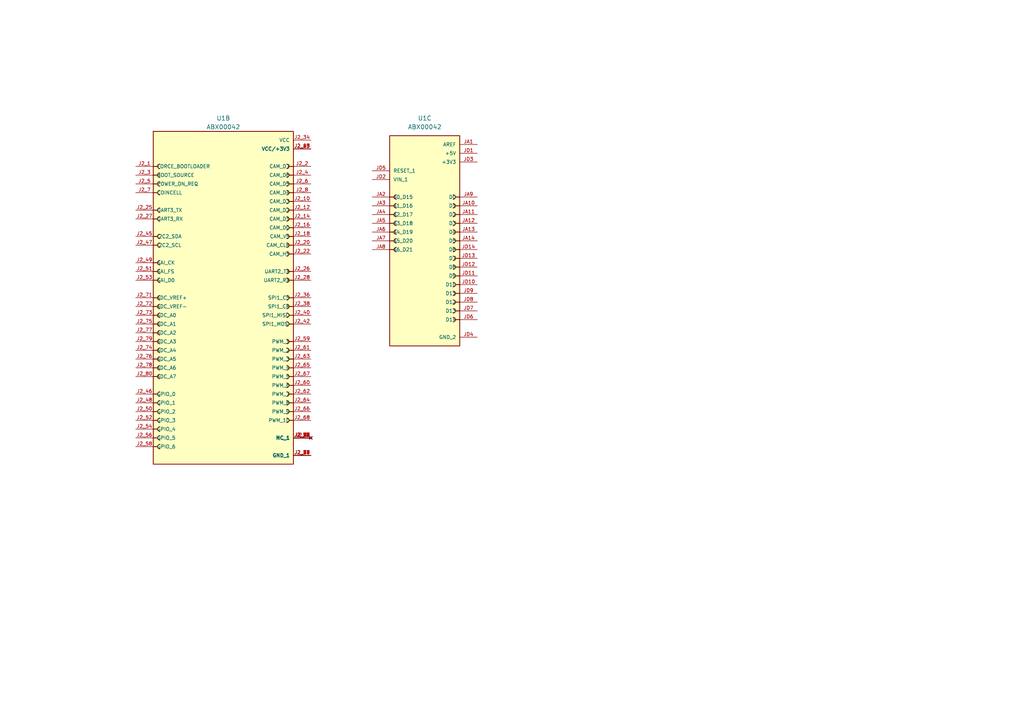
<source format=kicad_sch>
(kicad_sch (version 20230121) (generator eeschema)
  (paper "A4")
  (lib_symbols
    (symbol "ABX00042:ABX00042" (pin_names (offset 1.016))
      (property "Reference" "U" (at -20.32 52.07 0))
      (property "Value" "ABX00042" (at -20.32 -53.34 0))
      (symbol "ABX00042_1_0"
        (rectangle (start -20.32 -50.8) (end 20.32 50.8) (stroke (width 0.254)) (fill (type background)))
        (arc (start -18.415 -45.085) (mid -19.0473 -45.72) (end -18.415 -46.355) (stroke (width 0.254)))
        (arc (start -18.415 -42.545) (mid -19.0473 -43.18) (end -18.415 -43.815) (stroke (width 0.254)))
        (arc (start -18.415 -40.005) (mid -19.0473 -40.64) (end -18.415 -41.275) (stroke (width 0.254)))
        (arc (start -18.415 -37.465) (mid -19.0473 -38.1) (end -18.415 -38.735) (stroke (width 0.254)))
        (arc (start -18.415 -32.385) (mid -19.0473 -33.02) (end -18.415 -33.655) (stroke (width 0.254)))
        (arc (start -18.415 -29.845) (mid -19.0473 -30.48) (end -18.415 -31.115) (stroke (width 0.254)))
        (arc (start -18.415 -27.305) (mid -19.0473 -27.94) (end -18.415 -28.575) (stroke (width 0.254)))
        (arc (start -18.415 -24.765) (mid -19.0473 -25.4) (end -18.415 -26.035) (stroke (width 0.254)))
        (arc (start -18.415 -22.225) (mid -19.0473 -22.86) (end -18.415 -23.495) (stroke (width 0.254)))
        (arc (start -18.415 -19.685) (mid -19.0473 -20.32) (end -18.415 -20.955) (stroke (width 0.254)))
        (arc (start -18.415 -14.605) (mid -19.0473 -15.24) (end -18.415 -15.875) (stroke (width 0.254)))
        (arc (start -18.415 -12.065) (mid -19.0473 -12.7) (end -18.415 -13.335) (stroke (width 0.254)))
        (arc (start -18.415 -6.985) (mid -19.0473 -7.62) (end -18.415 -8.255) (stroke (width 0.254)))
        (arc (start -18.415 -4.445) (mid -19.0473 -5.08) (end -18.415 -5.715) (stroke (width 0.254)))
        (arc (start -18.415 0.635) (mid -19.0473 0) (end -18.415 -0.635) (stroke (width 0.254)))
        (arc (start -18.415 3.175) (mid -19.0473 2.54) (end -18.415 1.905) (stroke (width 0.254)))
        (arc (start -18.415 5.715) (mid -19.0473 5.08) (end -18.415 4.445) (stroke (width 0.254)))
        (arc (start -18.415 8.255) (mid -19.0473 7.62) (end -18.415 6.985) (stroke (width 0.254)))
        (arc (start -18.415 13.335) (mid -19.0473 12.7) (end -18.415 12.065) (stroke (width 0.254)))
        (arc (start -18.415 15.875) (mid -19.0473 15.24) (end -18.415 14.605) (stroke (width 0.254)))
        (arc (start -18.415 18.415) (mid -19.0473 17.78) (end -18.415 17.145) (stroke (width 0.254)))
        (arc (start -18.415 20.955) (mid -19.0473 20.32) (end -18.415 19.685) (stroke (width 0.254)))
        (arc (start -18.415 26.035) (mid -19.0473 25.4) (end -18.415 24.765) (stroke (width 0.254)))
        (arc (start -18.415 28.575) (mid -19.0473 27.94) (end -18.415 27.305) (stroke (width 0.254)))
        (arc (start -18.415 31.115) (mid -19.0473 30.48) (end -18.415 29.845) (stroke (width 0.254)))
        (arc (start -18.415 33.655) (mid -19.0473 33.02) (end -18.415 32.385) (stroke (width 0.254)))
        (arc (start -18.415 36.195) (mid -19.0473 35.56) (end -18.415 34.925) (stroke (width 0.254)))
        (arc (start -18.415 38.735) (mid -19.0473 38.1) (end -18.415 37.465) (stroke (width 0.254)))
        (polyline (pts (xy -20.32 -45.72) (xy -19.05 -45.72)) (stroke (width 0.254)))
        (polyline (pts (xy -20.32 -43.18) (xy -19.05 -43.18)) (stroke (width 0.254)))
        (polyline (pts (xy -20.32 -40.64) (xy -19.05 -40.64)) (stroke (width 0.254)))
        (polyline (pts (xy -20.32 -38.1) (xy -19.05 -38.1)) (stroke (width 0.254)))
        (polyline (pts (xy -20.32 -33.02) (xy -19.05 -33.02)) (stroke (width 0.254)))
        (polyline (pts (xy -20.32 -30.48) (xy -19.05 -30.48)) (stroke (width 0.254)))
        (polyline (pts (xy -20.32 -27.94) (xy -19.05 -27.94)) (stroke (width 0.254)))
        (polyline (pts (xy -20.32 -25.4) (xy -19.05 -25.4)) (stroke (width 0.254)))
        (polyline (pts (xy -20.32 -22.86) (xy -19.05 -22.86)) (stroke (width 0.254)))
        (polyline (pts (xy -20.32 -20.32) (xy -19.05 -20.32)) (stroke (width 0.254)))
        (polyline (pts (xy -20.32 -15.24) (xy -19.05 -15.24)) (stroke (width 0.254)))
        (polyline (pts (xy -20.32 -12.7) (xy -19.05 -12.7)) (stroke (width 0.254)))
        (polyline (pts (xy -20.32 -7.62) (xy -19.05 -7.62)) (stroke (width 0.254)))
        (polyline (pts (xy -20.32 -5.08) (xy -19.05 -5.08)) (stroke (width 0.254)))
        (polyline (pts (xy -20.32 0) (xy -19.05 0)) (stroke (width 0.254)))
        (polyline (pts (xy -20.32 2.54) (xy -19.05 2.54)) (stroke (width 0.254)))
        (polyline (pts (xy -20.32 5.08) (xy -19.05 5.08)) (stroke (width 0.254)))
        (polyline (pts (xy -20.32 7.62) (xy -19.05 7.62)) (stroke (width 0.254)))
        (polyline (pts (xy -20.32 12.7) (xy -19.05 12.7)) (stroke (width 0.254)))
        (polyline (pts (xy -20.32 15.24) (xy -19.05 15.24)) (stroke (width 0.254)))
        (polyline (pts (xy -20.32 17.78) (xy -19.05 17.78)) (stroke (width 0.254)))
        (polyline (pts (xy -20.32 20.32) (xy -19.05 20.32)) (stroke (width 0.254)))
        (polyline (pts (xy -20.32 25.4) (xy -19.05 25.4)) (stroke (width 0.254)))
        (polyline (pts (xy -20.32 27.94) (xy -19.05 27.94)) (stroke (width 0.254)))
        (polyline (pts (xy -20.32 30.48) (xy -19.05 30.48)) (stroke (width 0.254)))
        (polyline (pts (xy -20.32 33.02) (xy -19.05 33.02)) (stroke (width 0.254)))
        (polyline (pts (xy -20.32 35.56) (xy -19.05 35.56)) (stroke (width 0.254)))
        (polyline (pts (xy -20.32 38.1) (xy -19.05 38.1)) (stroke (width 0.254)))
        (polyline (pts (xy 20.32 -35.56) (xy 19.05 -35.56)) (stroke (width 0.254)))
        (polyline (pts (xy 20.32 -33.02) (xy 19.05 -33.02)) (stroke (width 0.254)))
        (polyline (pts (xy 20.32 -27.94) (xy 19.05 -27.94)) (stroke (width 0.254)))
        (polyline (pts (xy 20.32 -25.4) (xy 19.05 -25.4)) (stroke (width 0.254)))
        (polyline (pts (xy 20.32 -22.86) (xy 19.05 -22.86)) (stroke (width 0.254)))
        (polyline (pts (xy 20.32 -20.32) (xy 19.05 -20.32)) (stroke (width 0.254)))
        (polyline (pts (xy 20.32 -7.62) (xy 19.05 -7.62)) (stroke (width 0.254)))
        (polyline (pts (xy 20.32 -5.08) (xy 19.05 -5.08)) (stroke (width 0.254)))
        (polyline (pts (xy 20.32 0) (xy 19.05 0)) (stroke (width 0.254)))
        (polyline (pts (xy 20.32 2.54) (xy 19.05 2.54)) (stroke (width 0.254)))
        (polyline (pts (xy 20.32 5.08) (xy 19.05 5.08)) (stroke (width 0.254)))
        (polyline (pts (xy 20.32 7.62) (xy 19.05 7.62)) (stroke (width 0.254)))
        (polyline (pts (xy 20.32 17.78) (xy 19.05 17.78)) (stroke (width 0.254)))
        (polyline (pts (xy 20.32 20.32) (xy 19.05 20.32)) (stroke (width 0.254)))
        (polyline (pts (xy 20.32 25.4) (xy 19.05 25.4)) (stroke (width 0.254)))
        (polyline (pts (xy 20.32 27.94) (xy 19.05 27.94)) (stroke (width 0.254)))
        (polyline (pts (xy 20.32 30.48) (xy 19.05 30.48)) (stroke (width 0.254)))
        (polyline (pts (xy 20.32 33.02) (xy 19.05 33.02)) (stroke (width 0.254)))
        (polyline (pts (xy 20.32 35.56) (xy 19.05 35.56)) (stroke (width 0.254)))
        (polyline (pts (xy 20.32 38.1) (xy 19.05 38.1)) (stroke (width 0.254)))
        (arc (start 18.415 -36.195) (mid 19.0473 -35.56) (end 18.415 -34.925) (stroke (width 0.254)))
        (arc (start 18.415 -33.655) (mid 19.0473 -33.02) (end 18.415 -32.385) (stroke (width 0.254)))
        (arc (start 18.415 -28.575) (mid 19.0473 -27.94) (end 18.415 -27.305) (stroke (width 0.254)))
        (arc (start 18.415 -26.035) (mid 19.0473 -25.4) (end 18.415 -24.765) (stroke (width 0.254)))
        (arc (start 18.415 -23.495) (mid 19.0473 -22.86) (end 18.415 -22.225) (stroke (width 0.254)))
        (arc (start 18.415 -20.955) (mid 19.0473 -20.32) (end 18.415 -19.685) (stroke (width 0.254)))
        (arc (start 18.415 -8.255) (mid 19.0473 -7.62) (end 18.415 -6.985) (stroke (width 0.254)))
        (arc (start 18.415 -5.715) (mid 19.0473 -5.08) (end 18.415 -4.445) (stroke (width 0.254)))
        (arc (start 18.415 -0.635) (mid 19.0473 0) (end 18.415 0.635) (stroke (width 0.254)))
        (arc (start 18.415 1.905) (mid 19.0473 2.54) (end 18.415 3.175) (stroke (width 0.254)))
        (arc (start 18.415 4.445) (mid 19.0473 5.08) (end 18.415 5.715) (stroke (width 0.254)))
        (arc (start 18.415 6.985) (mid 19.0473 7.62) (end 18.415 8.255) (stroke (width 0.254)))
        (arc (start 18.415 17.145) (mid 19.0473 17.78) (end 18.415 18.415) (stroke (width 0.254)))
        (arc (start 18.415 19.685) (mid 19.0473 20.32) (end 18.415 20.955) (stroke (width 0.254)))
        (arc (start 18.415 24.765) (mid 19.0473 25.4) (end 18.415 26.035) (stroke (width 0.254)))
        (arc (start 18.415 27.305) (mid 19.0473 27.94) (end 18.415 28.575) (stroke (width 0.254)))
        (arc (start 18.415 29.845) (mid 19.0473 30.48) (end 18.415 31.115) (stroke (width 0.254)))
        (arc (start 18.415 32.385) (mid 19.0473 33.02) (end 18.415 33.655) (stroke (width 0.254)))
        (arc (start 18.415 34.925) (mid 19.0473 35.56) (end 18.415 36.195) (stroke (width 0.254)))
        (arc (start 18.415 37.465) (mid 19.0473 38.1) (end 18.415 38.735) (stroke (width 0.254)))
        (pin input line (at -25.4 38.1 0) (length 5.08) (name "ETH_A+") (number "J1_1"))
        (pin bidirectional line (at 25.4 38.1 180) (length 5.08) (name "DSI_D1+") (number "J1_10"))
        (pin no_connect line (at 25.4 -43.18 180) (length 5.08) (name "NC") (number "J1_11"))
        (pin bidirectional line (at 25.4 35.56 180) (length 5.08) (name "DSI_D1-") (number "J1_12"))
        (pin no_connect line (at 25.4 -43.18 180) (length 5.08) (name "NC") (number "J1_13"))
        (pin bidirectional line (at 25.4 33.02 180) (length 5.08) (name "DSI_D0+") (number "J1_14"))
        (pin no_connect line (at 25.4 -43.18 180) (length 5.08) (name "NC") (number "J1_15"))
        (pin bidirectional line (at 25.4 30.48 180) (length 5.08) (name "DSI_D0-") (number "J1_16"))
        (pin output line (at -25.4 27.94 0) (length 5.08) (name "ETH_L1") (number "J1_17"))
        (pin bidirectional line (at 25.4 27.94 180) (length 5.08) (name "DSI_CK+") (number "J1_18"))
        (pin output line (at -25.4 25.4 0) (length 5.08) (name "ETH_L2") (number "J1_19"))
        (pin no_connect line (at 25.4 -43.18 180) (length 5.08) (name "NC") (number "J1_2"))
        (pin bidirectional line (at 25.4 25.4 180) (length 5.08) (name "DSI_CK-") (number "J1_20"))
        (pin input line (at -25.4 43.18 0) (length 5.08) (name "VIN") (number "J1_21"))
        (pin power_in line (at 25.4 -48.26 180) (length 5.08) (name "GND") (number "J1_22"))
        (pin power_in line (at -25.4 20.32 0) (length 5.08) (name "USB1_VBUS") (number "J1_23"))
        (pin no_connect line (at 25.4 -43.18 180) (length 5.08) (name "NC") (number "J1_24"))
        (pin bidirectional line (at -25.4 17.78 0) (length 5.08) (name "USB1_D+") (number "J1_25"))
        (pin bidirectional line (at 25.4 20.32 180) (length 5.08) (name "USB0_D+") (number "J1_26"))
        (pin bidirectional line (at -25.4 15.24 0) (length 5.08) (name "USB1_D-") (number "J1_27"))
        (pin bidirectional line (at 25.4 17.78 180) (length 5.08) (name "USB0_D-") (number "J1_28"))
        (pin bidirectional line (at -25.4 12.7 0) (length 5.08) (name "USB1_ID") (number "J1_29"))
        (pin input line (at -25.4 35.56 0) (length 5.08) (name "ETH_A-") (number "J1_3"))
        (pin no_connect line (at 25.4 -43.18 180) (length 5.08) (name "NC") (number "J1_30"))
        (pin power_in line (at 25.4 -48.26 180) (length 5.08) (name "GND") (number "J1_31"))
        (pin input line (at -25.4 43.18 0) (length 5.08) (name "VIN") (number "J1_32"))
        (pin output line (at -25.4 7.62 0) (length 5.08) (name "UART1_TX") (number "J1_33"))
        (pin output line (at 25.4 7.62 180) (length 5.08) (name "UART0_TX") (number "J1_34"))
        (pin input line (at -25.4 5.08 0) (length 5.08) (name "UART1_RX") (number "J1_35"))
        (pin input line (at 25.4 5.08 180) (length 5.08) (name "UART0_RX") (number "J1_36"))
        (pin bidirectional line (at -25.4 2.54 0) (length 5.08) (name "UART1_RTS") (number "J1_37"))
        (pin bidirectional line (at 25.4 2.54 180) (length 5.08) (name "UART0_RTS") (number "J1_38"))
        (pin bidirectional line (at -25.4 0 0) (length 5.08) (name "UART1_CTS") (number "J1_39"))
        (pin no_connect line (at 25.4 -43.18 180) (length 5.08) (name "NC") (number "J1_4"))
        (pin bidirectional line (at 25.4 0 180) (length 5.08) (name "UART0_CTS") (number "J1_40"))
        (pin input line (at -25.4 43.18 0) (length 5.08) (name "VIN") (number "J1_41"))
        (pin power_in line (at 25.4 -48.26 180) (length 5.08) (name "GND") (number "J1_42"))
        (pin bidirectional line (at -25.4 -5.08 0) (length 5.08) (name "I2C1_SDA") (number "J1_43"))
        (pin bidirectional line (at 25.4 -5.08 180) (length 5.08) (name "I2C0_SDA") (number "J1_44"))
        (pin input line (at -25.4 -7.62 0) (length 5.08) (name "I2C1_SCL") (number "J1_45"))
        (pin input line (at 25.4 -7.62 180) (length 5.08) (name "I2C0_SCL") (number "J1_46"))
        (pin power_in line (at 25.4 -48.26 180) (length 5.08) (name "GND") (number "J1_47"))
        (pin input line (at -25.4 43.18 0) (length 5.08) (name "VIN") (number "J1_48"))
        (pin output line (at -25.4 -12.7 0) (length 5.08) (name "CAN1_TX") (number "J1_49"))
        (pin input line (at -25.4 33.02 0) (length 5.08) (name "ETH_B+") (number "J1_5"))
        (pin no_connect line (at 25.4 -43.18 180) (length 5.08) (name "NC") (number "J1_50"))
        (pin input line (at -25.4 -15.24 0) (length 5.08) (name "CAN1_RX") (number "J1_51"))
        (pin no_connect line (at 25.4 -43.18 180) (length 5.08) (name "NC") (number "J1_52"))
        (pin power_in line (at 25.4 45.72 180) (length 5.08) (name "VSYS") (number "J1_53"))
        (pin power_in line (at 25.4 -48.26 180) (length 5.08) (name "GND") (number "J1_54"))
        (pin input line (at -25.4 -20.32 0) (length 5.08) (name "SDC_CLK") (number "J1_55"))
        (pin bidirectional line (at 25.4 -20.32 180) (length 5.08) (name "I2S_MCK") (number "J1_56"))
        (pin input line (at -25.4 -22.86 0) (length 5.08) (name "SDC_CMD") (number "J1_57"))
        (pin bidirectional line (at 25.4 -22.86 180) (length 5.08) (name "I2S_WS") (number "J1_58"))
        (pin bidirectional line (at -25.4 -25.4 0) (length 5.08) (name "SDC_D0") (number "J1_59"))
        (pin no_connect line (at 25.4 -43.18 180) (length 5.08) (name "NC") (number "J1_6"))
        (pin input line (at 25.4 -25.4 180) (length 5.08) (name "I2S_DI") (number "J1_60"))
        (pin bidirectional line (at -25.4 -27.94 0) (length 5.08) (name "SDC_D1") (number "J1_61"))
        (pin output line (at 25.4 -27.94 180) (length 5.08) (name "I2S_DO") (number "J1_62"))
        (pin bidirectional line (at -25.4 -30.48 0) (length 5.08) (name "SDC_D2") (number "J1_63"))
        (pin power_in line (at 25.4 45.72 180) (length 5.08) (name "VSYS") (number "J1_64"))
        (pin bidirectional line (at -25.4 -33.02 0) (length 5.08) (name "SDC_D3") (number "J1_65"))
        (pin bidirectional line (at 25.4 -33.02 180) (length 5.08) (name "DMIC_CK") (number "J1_66"))
        (pin no_connect line (at 25.4 -43.18 180) (length 5.08) (name "NC") (number "J1_67"))
        (pin bidirectional line (at 25.4 -35.56 180) (length 5.08) (name "DMIC_D0") (number "J1_68"))
        (pin no_connect line (at 25.4 -43.18 180) (length 5.08) (name "NC") (number "J1_69"))
        (pin input line (at -25.4 30.48 0) (length 5.08) (name "ETH_B-") (number "J1_7"))
        (pin no_connect line (at 25.4 -43.18 180) (length 5.08) (name "NC") (number "J1_70"))
        (pin no_connect line (at 25.4 -43.18 180) (length 5.08) (name "NC") (number "J1_71"))
        (pin power_in line (at 25.4 48.26 180) (length 5.08) (name "V-SDCARD") (number "J1_72"))
        (pin input line (at -25.4 -38.1 0) (length 5.08) (name "~{RESET}") (number "J1_73"))
        (pin no_connect line (at 25.4 -43.18 180) (length 5.08) (name "NC") (number "J1_74"))
        (pin bidirectional line (at -25.4 -40.64 0) (length 5.08) (name "SWDIO") (number "J1_75"))
        (pin no_connect line (at 25.4 -43.18 180) (length 5.08) (name "NC") (number "J1_76"))
        (pin input line (at -25.4 -43.18 0) (length 5.08) (name "SWCK") (number "J1_77"))
        (pin no_connect line (at 25.4 -43.18 180) (length 5.08) (name "NC") (number "J1_78"))
        (pin output line (at -25.4 -45.72 0) (length 5.08) (name "SWO") (number "J1_79"))
        (pin no_connect line (at 25.4 -43.18 180) (length 5.08) (name "NC") (number "J1_8"))
        (pin no_connect line (at 25.4 -43.18 180) (length 5.08) (name "NC") (number "J1_80"))
        (pin no_connect line (at 25.4 -43.18 180) (length 5.08) (name "NC") (number "J1_9"))
      )
      (symbol "ABX00042_2_0"
        (rectangle (start -20.32 -48.26) (end 20.32 48.26) (stroke (width 0.254)) (fill (type background)))
        (arc (start -19.05 -43.18) (mid -18.864 -43.629) (end -18.415 -43.815) (stroke (width 0.254)))
        (arc (start -18.415 -42.545) (mid -18.864 -42.731) (end -19.05 -43.18) (stroke (width 0.254)))
        (arc (start -18.415 -40.005) (mid -19.0473 -40.64) (end -18.415 -41.275) (stroke (width 0.254)))
        (arc (start -18.415 -37.465) (mid -19.0473 -38.1) (end -18.415 -38.735) (stroke (width 0.254)))
        (arc (start -18.415 -34.925) (mid -19.0473 -35.56) (end -18.415 -36.195) (stroke (width 0.254)))
        (arc (start -18.415 -32.385) (mid -19.0473 -33.02) (end -18.415 -33.655) (stroke (width 0.254)))
        (arc (start -18.415 -29.845) (mid -19.0473 -30.48) (end -18.415 -31.115) (stroke (width 0.254)))
        (arc (start -18.415 -27.305) (mid -19.0473 -27.94) (end -18.415 -28.575) (stroke (width 0.254)))
        (arc (start -18.415 -22.225) (mid -19.0473 -22.86) (end -18.415 -23.495) (stroke (width 0.254)))
        (arc (start -18.415 -19.685) (mid -19.0473 -20.32) (end -18.415 -20.955) (stroke (width 0.254)))
        (arc (start -18.415 -17.145) (mid -19.0473 -17.78) (end -18.415 -18.415) (stroke (width 0.254)))
        (arc (start -18.415 -14.605) (mid -19.0473 -15.24) (end -18.415 -15.875) (stroke (width 0.254)))
        (arc (start -18.415 -12.065) (mid -19.0473 -12.7) (end -18.415 -13.335) (stroke (width 0.254)))
        (arc (start -18.415 -9.525) (mid -19.0473 -10.16) (end -18.415 -10.795) (stroke (width 0.254)))
        (arc (start -18.415 -6.985) (mid -19.0473 -7.62) (end -18.415 -8.255) (stroke (width 0.254)))
        (arc (start -18.415 -4.445) (mid -19.0473 -5.08) (end -18.415 -5.715) (stroke (width 0.254)))
        (arc (start -18.415 -1.905) (mid -19.0473 -2.54) (end -18.415 -3.175) (stroke (width 0.254)))
        (arc (start -18.415 0.635) (mid -19.0473 0) (end -18.415 -0.635) (stroke (width 0.254)))
        (arc (start -18.415 5.715) (mid -19.0473 5.08) (end -18.415 4.445) (stroke (width 0.254)))
        (arc (start -18.415 8.255) (mid -19.0473 7.62) (end -18.415 6.985) (stroke (width 0.254)))
        (arc (start -18.415 10.795) (mid -19.0473 10.16) (end -18.415 9.525) (stroke (width 0.254)))
        (arc (start -18.415 15.875) (mid -19.0473 15.24) (end -18.415 14.605) (stroke (width 0.254)))
        (arc (start -18.415 18.415) (mid -19.0473 17.78) (end -18.415 17.145) (stroke (width 0.254)))
        (arc (start -18.415 23.495) (mid -19.0473 22.86) (end -18.415 22.225) (stroke (width 0.254)))
        (arc (start -18.415 26.035) (mid -19.0473 25.4) (end -18.415 24.765) (stroke (width 0.254)))
        (arc (start -18.415 31.115) (mid -19.0473 30.48) (end -18.415 29.845) (stroke (width 0.254)))
        (arc (start -18.415 33.655) (mid -19.0473 33.02) (end -18.415 32.385) (stroke (width 0.254)))
        (arc (start -18.415 36.195) (mid -19.0473 35.56) (end -18.415 34.925) (stroke (width 0.254)))
        (arc (start -18.415 38.735) (mid -19.0473 38.1) (end -18.415 37.465) (stroke (width 0.254)))
        (polyline (pts (xy -20.32 -43.18) (xy -19.05 -43.18)) (stroke (width 0.254)))
        (polyline (pts (xy -20.32 -40.64) (xy -19.05 -40.64)) (stroke (width 0.254)))
        (polyline (pts (xy -20.32 -38.1) (xy -19.05 -38.1)) (stroke (width 0.254)))
        (polyline (pts (xy -20.32 -35.56) (xy -19.05 -35.56)) (stroke (width 0.254)))
        (polyline (pts (xy -20.32 -33.02) (xy -19.05 -33.02)) (stroke (width 0.254)))
        (polyline (pts (xy -20.32 -30.48) (xy -19.05 -30.48)) (stroke (width 0.254)))
        (polyline (pts (xy -20.32 -27.94) (xy -19.05 -27.94)) (stroke (width 0.254)))
        (polyline (pts (xy -20.32 -22.86) (xy -19.05 -22.86)) (stroke (width 0.254)))
        (polyline (pts (xy -20.32 -20.32) (xy -19.05 -20.32)) (stroke (width 0.254)))
        (polyline (pts (xy -20.32 -17.78) (xy -19.05 -17.78)) (stroke (width 0.254)))
        (polyline (pts (xy -20.32 -15.24) (xy -19.05 -15.24)) (stroke (width 0.254)))
        (polyline (pts (xy -20.32 -12.7) (xy -19.05 -12.7)) (stroke (width 0.254)))
        (polyline (pts (xy -20.32 -10.16) (xy -19.05 -10.16)) (stroke (width 0.254)))
        (polyline (pts (xy -20.32 -7.62) (xy -19.05 -7.62)) (stroke (width 0.254)))
        (polyline (pts (xy -20.32 -5.08) (xy -19.05 -5.08)) (stroke (width 0.254)))
        (polyline (pts (xy -20.32 -2.54) (xy -19.05 -2.54)) (stroke (width 0.254)))
        (polyline (pts (xy -20.32 0) (xy -19.05 0)) (stroke (width 0.254)))
        (polyline (pts (xy -20.32 5.08) (xy -19.05 5.08)) (stroke (width 0.254)))
        (polyline (pts (xy -20.32 7.62) (xy -19.05 7.62)) (stroke (width 0.254)))
        (polyline (pts (xy -20.32 10.16) (xy -19.05 10.16)) (stroke (width 0.254)))
        (polyline (pts (xy -20.32 15.24) (xy -19.05 15.24)) (stroke (width 0.254)))
        (polyline (pts (xy -20.32 17.78) (xy -19.05 17.78)) (stroke (width 0.254)))
        (polyline (pts (xy -20.32 22.86) (xy -19.05 22.86)) (stroke (width 0.254)))
        (polyline (pts (xy -20.32 25.4) (xy -19.05 25.4)) (stroke (width 0.254)))
        (polyline (pts (xy -20.32 30.48) (xy -19.05 30.48)) (stroke (width 0.254)))
        (polyline (pts (xy -20.32 33.02) (xy -19.05 33.02)) (stroke (width 0.254)))
        (polyline (pts (xy -20.32 35.56) (xy -19.05 35.56)) (stroke (width 0.254)))
        (polyline (pts (xy -20.32 38.1) (xy -19.05 38.1)) (stroke (width 0.254)))
        (polyline (pts (xy 20.32 -35.56) (xy 19.05 -35.56)) (stroke (width 0.254)))
        (polyline (pts (xy 20.32 -33.02) (xy 19.05 -33.02)) (stroke (width 0.254)))
        (polyline (pts (xy 20.32 -30.48) (xy 19.05 -30.48)) (stroke (width 0.254)))
        (polyline (pts (xy 20.32 -27.94) (xy 19.05 -27.94)) (stroke (width 0.254)))
        (polyline (pts (xy 20.32 -25.4) (xy 19.05 -25.4)) (stroke (width 0.254)))
        (polyline (pts (xy 20.32 -22.86) (xy 19.05 -22.86)) (stroke (width 0.254)))
        (polyline (pts (xy 20.32 -20.32) (xy 19.05 -20.32)) (stroke (width 0.254)))
        (polyline (pts (xy 20.32 -17.78) (xy 19.05 -17.78)) (stroke (width 0.254)))
        (polyline (pts (xy 20.32 -15.24) (xy 19.05 -15.24)) (stroke (width 0.254)))
        (polyline (pts (xy 20.32 -12.7) (xy 19.05 -12.7)) (stroke (width 0.254)))
        (polyline (pts (xy 20.32 -7.62) (xy 19.05 -7.62)) (stroke (width 0.254)))
        (polyline (pts (xy 20.32 -5.08) (xy 19.05 -5.08)) (stroke (width 0.254)))
        (polyline (pts (xy 20.32 -2.54) (xy 19.05 -2.54)) (stroke (width 0.254)))
        (polyline (pts (xy 20.32 0) (xy 19.05 0)) (stroke (width 0.254)))
        (polyline (pts (xy 20.32 5.08) (xy 19.05 5.08)) (stroke (width 0.254)))
        (polyline (pts (xy 20.32 7.62) (xy 19.05 7.62)) (stroke (width 0.254)))
        (polyline (pts (xy 20.32 12.7) (xy 19.05 12.7)) (stroke (width 0.254)))
        (polyline (pts (xy 20.32 15.24) (xy 19.05 15.24)) (stroke (width 0.254)))
        (polyline (pts (xy 20.32 17.78) (xy 19.05 17.78)) (stroke (width 0.254)))
        (polyline (pts (xy 20.32 20.32) (xy 19.05 20.32)) (stroke (width 0.254)))
        (polyline (pts (xy 20.32 22.86) (xy 19.05 22.86)) (stroke (width 0.254)))
        (polyline (pts (xy 20.32 25.4) (xy 19.05 25.4)) (stroke (width 0.254)))
        (polyline (pts (xy 20.32 27.94) (xy 19.05 27.94)) (stroke (width 0.254)))
        (polyline (pts (xy 20.32 30.48) (xy 19.05 30.48)) (stroke (width 0.254)))
        (polyline (pts (xy 20.32 33.02) (xy 19.05 33.02)) (stroke (width 0.254)))
        (polyline (pts (xy 20.32 35.56) (xy 19.05 35.56)) (stroke (width 0.254)))
        (polyline (pts (xy 20.32 38.1) (xy 19.05 38.1)) (stroke (width 0.254)))
        (arc (start 18.415 -36.195) (mid 19.0473 -35.56) (end 18.415 -34.925) (stroke (width 0.254)))
        (arc (start 18.415 -33.655) (mid 19.0473 -33.02) (end 18.415 -32.385) (stroke (width 0.254)))
        (arc (start 18.415 -31.115) (mid 19.0473 -30.48) (end 18.415 -29.845) (stroke (width 0.254)))
        (arc (start 18.415 -28.575) (mid 19.0473 -27.94) (end 18.415 -27.305) (stroke (width 0.254)))
        (arc (start 18.415 -26.035) (mid 19.0473 -25.4) (end 18.415 -24.765) (stroke (width 0.254)))
        (arc (start 18.415 -23.495) (mid 19.0473 -22.86) (end 18.415 -22.225) (stroke (width 0.254)))
        (arc (start 18.415 -20.955) (mid 19.0473 -20.32) (end 18.415 -19.685) (stroke (width 0.254)))
        (arc (start 18.415 -18.415) (mid 19.0473 -17.78) (end 18.415 -17.145) (stroke (width 0.254)))
        (arc (start 18.415 -15.875) (mid 19.0473 -15.24) (end 18.415 -14.605) (stroke (width 0.254)))
        (arc (start 18.415 -13.335) (mid 19.0473 -12.7) (end 18.415 -12.065) (stroke (width 0.254)))
        (arc (start 18.415 -8.255) (mid 19.0473 -7.62) (end 18.415 -6.985) (stroke (width 0.254)))
        (arc (start 18.415 -5.715) (mid 19.0473 -5.08) (end 18.415 -4.445) (stroke (width 0.254)))
        (arc (start 18.415 -3.175) (mid 19.0473 -2.54) (end 18.415 -1.905) (stroke (width 0.254)))
        (arc (start 18.415 -0.635) (mid 19.0473 0) (end 18.415 0.635) (stroke (width 0.254)))
        (arc (start 18.415 4.445) (mid 19.0473 5.08) (end 18.415 5.715) (stroke (width 0.254)))
        (arc (start 18.415 6.985) (mid 19.0473 7.62) (end 18.415 8.255) (stroke (width 0.254)))
        (arc (start 18.415 12.065) (mid 19.0473 12.7) (end 18.415 13.335) (stroke (width 0.254)))
        (arc (start 18.415 14.605) (mid 19.0473 15.24) (end 18.415 15.875) (stroke (width 0.254)))
        (arc (start 18.415 17.145) (mid 19.0473 17.78) (end 18.415 18.415) (stroke (width 0.254)))
        (arc (start 18.415 19.685) (mid 19.0473 20.32) (end 18.415 20.955) (stroke (width 0.254)))
        (arc (start 18.415 22.225) (mid 19.0473 22.86) (end 18.415 23.495) (stroke (width 0.254)))
        (arc (start 18.415 24.765) (mid 19.0473 25.4) (end 18.415 26.035) (stroke (width 0.254)))
        (arc (start 18.415 27.305) (mid 19.0473 27.94) (end 18.415 28.575) (stroke (width 0.254)))
        (arc (start 18.415 29.845) (mid 19.0473 30.48) (end 18.415 31.115) (stroke (width 0.254)))
        (arc (start 18.415 32.385) (mid 19.0473 33.02) (end 18.415 33.655) (stroke (width 0.254)))
        (arc (start 18.415 34.925) (mid 19.0473 35.56) (end 18.415 36.195) (stroke (width 0.254)))
        (arc (start 18.415 37.465) (mid 19.0473 38.1) (end 18.415 38.735) (stroke (width 0.254)))
        (pin input line (at -25.4 38.1 0) (length 5.08) (name "FORCE_BOOTLOADER") (number "J2_1"))
        (pin bidirectional line (at 25.4 27.94 180) (length 5.08) (name "CAM_D3") (number "J2_10"))
        (pin no_connect line (at 25.4 -40.64 180) (length 5.08) (name "NC_1") (number "J2_11"))
        (pin bidirectional line (at 25.4 25.4 180) (length 5.08) (name "CAM_D2") (number "J2_12"))
        (pin no_connect line (at 25.4 -40.64 180) (length 5.08) (name "NC_1") (number "J2_13"))
        (pin bidirectional line (at 25.4 22.86 180) (length 5.08) (name "CAM_D1") (number "J2_14"))
        (pin no_connect line (at 25.4 -40.64 180) (length 5.08) (name "NC_1") (number "J2_15"))
        (pin bidirectional line (at 25.4 20.32 180) (length 5.08) (name "CAM_D0") (number "J2_16"))
        (pin no_connect line (at 25.4 -40.64 180) (length 5.08) (name "NC_1") (number "J2_17"))
        (pin bidirectional line (at 25.4 17.78 180) (length 5.08) (name "CAM_VS") (number "J2_18"))
        (pin no_connect line (at 25.4 -40.64 180) (length 5.08) (name "NC_1") (number "J2_19"))
        (pin bidirectional line (at 25.4 38.1 180) (length 5.08) (name "CAM_D7") (number "J2_2"))
        (pin bidirectional line (at 25.4 15.24 180) (length 5.08) (name "CAM_CLK") (number "J2_20"))
        (pin no_connect line (at 25.4 -40.64 180) (length 5.08) (name "NC_1") (number "J2_21"))
        (pin bidirectional line (at 25.4 12.7 180) (length 5.08) (name "CAM_HS") (number "J2_22"))
        (pin power_in line (at 25.4 43.18 180) (length 5.08) (name "VCC/+3V3") (number "J2_23"))
        (pin power_in line (at 25.4 -45.72 180) (length 5.08) (name "GND_1") (number "J2_24"))
        (pin output line (at -25.4 25.4 0) (length 5.08) (name "UART3_TX") (number "J2_25"))
        (pin output line (at 25.4 7.62 180) (length 5.08) (name "UART2_TX") (number "J2_26"))
        (pin input line (at -25.4 22.86 0) (length 5.08) (name "UART3_RX") (number "J2_27"))
        (pin input line (at 25.4 5.08 180) (length 5.08) (name "UART2_RX") (number "J2_28"))
        (pin no_connect line (at 25.4 -40.64 180) (length 5.08) (name "NC_1") (number "J2_29"))
        (pin input line (at -25.4 35.56 0) (length 5.08) (name "BOOT_SOURCE") (number "J2_3"))
        (pin no_connect line (at 25.4 -40.64 180) (length 5.08) (name "NC_1") (number "J2_30"))
        (pin no_connect line (at 25.4 -40.64 180) (length 5.08) (name "NC_1") (number "J2_31"))
        (pin no_connect line (at 25.4 -40.64 180) (length 5.08) (name "NC_1") (number "J2_32"))
        (pin power_in line (at 25.4 -45.72 180) (length 5.08) (name "GND_1") (number "J2_33"))
        (pin power_in line (at 25.4 45.72 180) (length 5.08) (name "VCC") (number "J2_34"))
        (pin no_connect line (at 25.4 -40.64 180) (length 5.08) (name "NC_1") (number "J2_35"))
        (pin input line (at 25.4 0 180) (length 5.08) (name "SPI1_CS") (number "J2_36"))
        (pin no_connect line (at 25.4 -40.64 180) (length 5.08) (name "NC_1") (number "J2_37"))
        (pin input line (at 25.4 -2.54 180) (length 5.08) (name "SPI1_CK") (number "J2_38"))
        (pin no_connect line (at 25.4 -40.64 180) (length 5.08) (name "NC_1") (number "J2_39"))
        (pin bidirectional line (at 25.4 35.56 180) (length 5.08) (name "CAM_D6") (number "J2_4"))
        (pin output line (at 25.4 -5.08 180) (length 5.08) (name "SPI1_MISO") (number "J2_40"))
        (pin no_connect line (at 25.4 -40.64 180) (length 5.08) (name "NC_1") (number "J2_41"))
        (pin input line (at 25.4 -7.62 180) (length 5.08) (name "SPI1_MOSI") (number "J2_42"))
        (pin power_in line (at 25.4 43.18 180) (length 5.08) (name "VCC/+3V3") (number "J2_43"))
        (pin power_in line (at 25.4 -45.72 180) (length 5.08) (name "GND_1") (number "J2_44"))
        (pin bidirectional line (at -25.4 17.78 0) (length 5.08) (name "I2C2_SDA") (number "J2_45"))
        (pin bidirectional line (at -25.4 -27.94 0) (length 5.08) (name "GPIO_0") (number "J2_46"))
        (pin input line (at -25.4 15.24 0) (length 5.08) (name "I2C2_SCL") (number "J2_47"))
        (pin bidirectional line (at -25.4 -30.48 0) (length 5.08) (name "GPIO_1") (number "J2_48"))
        (pin input line (at -25.4 10.16 0) (length 5.08) (name "SAI_CK") (number "J2_49"))
        (pin input line (at -25.4 33.02 0) (length 5.08) (name "POWER_ON_REQ") (number "J2_5"))
        (pin bidirectional line (at -25.4 -33.02 0) (length 5.08) (name "GPIO_2") (number "J2_50"))
        (pin bidirectional line (at -25.4 7.62 0) (length 5.08) (name "SAI_FS") (number "J2_51"))
        (pin bidirectional line (at -25.4 -35.56 0) (length 5.08) (name "GPIO_3") (number "J2_52"))
        (pin bidirectional line (at -25.4 5.08 0) (length 5.08) (name "SAI_D0") (number "J2_53"))
        (pin bidirectional line (at -25.4 -38.1 0) (length 5.08) (name "GPIO_4") (number "J2_54"))
        (pin no_connect line (at 25.4 -40.64 180) (length 5.08) (name "NC_1") (number "J2_55"))
        (pin bidirectional line (at -25.4 -40.64 0) (length 5.08) (name "GPIO_5") (number "J2_56"))
        (pin power_in line (at 25.4 -45.72 180) (length 5.08) (name "GND_1") (number "J2_57"))
        (pin bidirectional line (at -25.4 -43.18 0) (length 5.08) (name "GPIO_6") (number "J2_58"))
        (pin bidirectional line (at 25.4 -12.7 180) (length 5.08) (name "PWM_1") (number "J2_59"))
        (pin bidirectional line (at 25.4 33.02 180) (length 5.08) (name "CAM_D5") (number "J2_6"))
        (pin bidirectional line (at 25.4 -25.4 180) (length 5.08) (name "PWM_6") (number "J2_60"))
        (pin bidirectional line (at 25.4 -15.24 180) (length 5.08) (name "PWM_2") (number "J2_61"))
        (pin bidirectional line (at 25.4 -27.94 180) (length 5.08) (name "PWM_7") (number "J2_62"))
        (pin bidirectional line (at 25.4 -17.78 180) (length 5.08) (name "PWM_3") (number "J2_63"))
        (pin bidirectional line (at 25.4 -30.48 180) (length 5.08) (name "PWM_8") (number "J2_64"))
        (pin bidirectional line (at 25.4 -20.32 180) (length 5.08) (name "PWM_4") (number "J2_65"))
        (pin bidirectional line (at 25.4 -33.02 180) (length 5.08) (name "PWM_9") (number "J2_66"))
        (pin bidirectional line (at 25.4 -22.86 180) (length 5.08) (name "PWM_5") (number "J2_67"))
        (pin bidirectional line (at 25.4 -35.56 180) (length 5.08) (name "PWM_10") (number "J2_68"))
        (pin power_in line (at 25.4 43.18 180) (length 5.08) (name "VCC/+3V3") (number "J2_69"))
        (pin input line (at -25.4 30.48 0) (length 5.08) (name "COINCELL") (number "J2_7"))
        (pin power_in line (at 25.4 -45.72 180) (length 5.08) (name "GND_1") (number "J2_70"))
        (pin input line (at -25.4 0 0) (length 5.08) (name "ADC_VREF+") (number "J2_71"))
        (pin input line (at -25.4 -2.54 0) (length 5.08) (name "ADC_VREF-") (number "J2_72"))
        (pin input line (at -25.4 -5.08 0) (length 5.08) (name "ADC_A0") (number "J2_73"))
        (pin input line (at -25.4 -15.24 0) (length 5.08) (name "ADC_A4") (number "J2_74"))
        (pin input line (at -25.4 -7.62 0) (length 5.08) (name "ADC_A1") (number "J2_75"))
        (pin input line (at -25.4 -17.78 0) (length 5.08) (name "ADC_A5") (number "J2_76"))
        (pin input line (at -25.4 -10.16 0) (length 5.08) (name "ADC_A2") (number "J2_77"))
        (pin input line (at -25.4 -20.32 0) (length 5.08) (name "ADC_A6") (number "J2_78"))
        (pin input line (at -25.4 -12.7 0) (length 5.08) (name "ADC_A3") (number "J2_79"))
        (pin bidirectional line (at 25.4 30.48 180) (length 5.08) (name "CAM_D4") (number "J2_8"))
        (pin input line (at -25.4 -22.86 0) (length 5.08) (name "ADC_A7") (number "J2_80"))
        (pin no_connect line (at 25.4 -40.64 180) (length 5.08) (name "NC_1") (number "J2_9"))
      )
      (symbol "ABX00042_3_0"
        (rectangle (start -10.16 -30.48) (end 10.16 30.48) (stroke (width 0.254)) (fill (type background)))
        (arc (start -8.89 -2.54) (mid -8.704 -2.989) (end -8.255 -3.175) (stroke (width 0.254)))
        (arc (start -8.255 -1.905) (mid -8.704 -2.091) (end -8.89 -2.54) (stroke (width 0.254)))
        (arc (start -8.255 0.635) (mid -8.8873 0) (end -8.255 -0.635) (stroke (width 0.254)))
        (arc (start -8.255 3.175) (mid -8.8873 2.54) (end -8.255 1.905) (stroke (width 0.254)))
        (arc (start -8.255 5.715) (mid -8.8873 5.08) (end -8.255 4.445) (stroke (width 0.254)))
        (arc (start -8.255 8.255) (mid -8.8873 7.62) (end -8.255 6.985) (stroke (width 0.254)))
        (arc (start -8.255 10.795) (mid -8.8873 10.16) (end -8.255 9.525) (stroke (width 0.254)))
        (arc (start -8.255 13.335) (mid -8.8873 12.7) (end -8.255 12.065) (stroke (width 0.254)))
        (polyline (pts (xy -10.16 -2.54) (xy -8.89 -2.54)) (stroke (width 0.254)))
        (polyline (pts (xy -10.16 0) (xy -8.89 0)) (stroke (width 0.254)))
        (polyline (pts (xy -10.16 2.54) (xy -8.89 2.54)) (stroke (width 0.254)))
        (polyline (pts (xy -10.16 5.08) (xy -8.89 5.08)) (stroke (width 0.254)))
        (polyline (pts (xy -10.16 7.62) (xy -8.89 7.62)) (stroke (width 0.254)))
        (polyline (pts (xy -10.16 10.16) (xy -8.89 10.16)) (stroke (width 0.254)))
        (polyline (pts (xy -10.16 12.7) (xy -8.89 12.7)) (stroke (width 0.254)))
        (polyline (pts (xy 10.16 -22.86) (xy 8.89 -22.86)) (stroke (width 0.254)))
        (polyline (pts (xy 10.16 -20.32) (xy 8.89 -20.32)) (stroke (width 0.254)))
        (polyline (pts (xy 10.16 -17.78) (xy 8.89 -17.78)) (stroke (width 0.254)))
        (polyline (pts (xy 10.16 -15.24) (xy 8.89 -15.24)) (stroke (width 0.254)))
        (polyline (pts (xy 10.16 -12.7) (xy 8.89 -12.7)) (stroke (width 0.254)))
        (polyline (pts (xy 10.16 -10.16) (xy 8.89 -10.16)) (stroke (width 0.254)))
        (polyline (pts (xy 10.16 -7.62) (xy 8.89 -7.62)) (stroke (width 0.254)))
        (polyline (pts (xy 10.16 -5.08) (xy 8.89 -5.08)) (stroke (width 0.254)))
        (polyline (pts (xy 10.16 -2.54) (xy 8.89 -2.54)) (stroke (width 0.254)))
        (polyline (pts (xy 10.16 0) (xy 8.89 0)) (stroke (width 0.254)))
        (polyline (pts (xy 10.16 2.54) (xy 8.89 2.54)) (stroke (width 0.254)))
        (polyline (pts (xy 10.16 5.08) (xy 8.89 5.08)) (stroke (width 0.254)))
        (polyline (pts (xy 10.16 7.62) (xy 8.89 7.62)) (stroke (width 0.254)))
        (polyline (pts (xy 10.16 10.16) (xy 8.89 10.16)) (stroke (width 0.254)))
        (polyline (pts (xy 10.16 12.7) (xy 8.89 12.7)) (stroke (width 0.254)))
        (arc (start 8.255 -23.495) (mid 8.8873 -22.86) (end 8.255 -22.225) (stroke (width 0.254)))
        (arc (start 8.255 -20.955) (mid 8.8873 -20.32) (end 8.255 -19.685) (stroke (width 0.254)))
        (arc (start 8.255 -18.415) (mid 8.8873 -17.78) (end 8.255 -17.145) (stroke (width 0.254)))
        (arc (start 8.255 -15.875) (mid 8.8873 -15.24) (end 8.255 -14.605) (stroke (width 0.254)))
        (arc (start 8.255 -13.335) (mid 8.8873 -12.7) (end 8.255 -12.065) (stroke (width 0.254)))
        (arc (start 8.255 -10.795) (mid 8.8873 -10.16) (end 8.255 -9.525) (stroke (width 0.254)))
        (arc (start 8.255 -8.255) (mid 8.8873 -7.62) (end 8.255 -6.985) (stroke (width 0.254)))
        (arc (start 8.255 -5.715) (mid 8.8873 -5.08) (end 8.255 -4.445) (stroke (width 0.254)))
        (arc (start 8.255 -3.175) (mid 8.8873 -2.54) (end 8.255 -1.905) (stroke (width 0.254)))
        (arc (start 8.255 -0.635) (mid 8.8873 0) (end 8.255 0.635) (stroke (width 0.254)))
        (arc (start 8.255 1.905) (mid 8.8873 2.54) (end 8.255 3.175) (stroke (width 0.254)))
        (arc (start 8.255 4.445) (mid 8.8873 5.08) (end 8.255 5.715) (stroke (width 0.254)))
        (arc (start 8.255 6.985) (mid 8.8873 7.62) (end 8.255 8.255) (stroke (width 0.254)))
        (arc (start 8.255 9.525) (mid 8.8873 10.16) (end 8.255 10.795) (stroke (width 0.254)))
        (arc (start 8.255 12.065) (mid 8.8873 12.7) (end 8.255 13.335) (stroke (width 0.254)))
        (pin power_in line (at 15.24 27.94 180) (length 5.08) (name "AREF") (number "JA1"))
        (pin bidirectional line (at 15.24 10.16 180) (length 5.08) (name "D1") (number "JA10"))
        (pin bidirectional line (at 15.24 7.62 180) (length 5.08) (name "D2") (number "JA11"))
        (pin bidirectional line (at 15.24 5.08 180) (length 5.08) (name "D3") (number "JA12"))
        (pin bidirectional line (at 15.24 2.54 180) (length 5.08) (name "D4") (number "JA13"))
        (pin bidirectional line (at 15.24 0 180) (length 5.08) (name "D5") (number "JA14"))
        (pin bidirectional line (at -15.24 12.7 0) (length 5.08) (name "A0_D15") (number "JA2"))
        (pin bidirectional line (at -15.24 10.16 0) (length 5.08) (name "A1_D16") (number "JA3"))
        (pin bidirectional line (at -15.24 7.62 0) (length 5.08) (name "A2_D17") (number "JA4"))
        (pin bidirectional line (at -15.24 5.08 0) (length 5.08) (name "A3_D18") (number "JA5"))
        (pin bidirectional line (at -15.24 2.54 0) (length 5.08) (name "A4_D19") (number "JA6"))
        (pin bidirectional line (at -15.24 0 0) (length 5.08) (name "A5_D20") (number "JA7"))
        (pin bidirectional line (at -15.24 -2.54 0) (length 5.08) (name "A6_D21") (number "JA8"))
        (pin bidirectional line (at 15.24 12.7 180) (length 5.08) (name "D0") (number "JA9"))
        (pin power_in line (at 15.24 25.4 180) (length 5.08) (name "+5V") (number "JD1"))
        (pin bidirectional line (at 15.24 -12.7 180) (length 5.08) (name "D10") (number "JD10"))
        (pin bidirectional line (at 15.24 -10.16 180) (length 5.08) (name "D9") (number "JD11"))
        (pin bidirectional line (at 15.24 -7.62 180) (length 5.08) (name "D8") (number "JD12"))
        (pin bidirectional line (at 15.24 -5.08 180) (length 5.08) (name "D7") (number "JD13"))
        (pin bidirectional line (at 15.24 -2.54 180) (length 5.08) (name "D6") (number "JD14"))
        (pin input line (at -15.24 17.78 0) (length 5.08) (name "VIN_1") (number "JD2"))
        (pin power_in line (at 15.24 22.86 180) (length 5.08) (name "+3V3") (number "JD3"))
        (pin power_in line (at 15.24 -27.94 180) (length 5.08) (name "GND_2") (number "JD4"))
        (pin input line (at -15.24 20.32 0) (length 5.08) (name "RESET_1") (number "JD5"))
        (pin bidirectional line (at 15.24 -22.86 180) (length 5.08) (name "D14") (number "JD6"))
        (pin bidirectional line (at 15.24 -20.32 180) (length 5.08) (name "D13") (number "JD7"))
        (pin bidirectional line (at 15.24 -17.78 180) (length 5.08) (name "D12") (number "JD8"))
        (pin bidirectional line (at 15.24 -15.24 180) (length 5.08) (name "D11") (number "JD9"))
      )
    )
  )
  (symbol (lib_id "ABX00042:ABX00042") (at 123.19 69.85 0) (unit 3)
    (property "Reference" "U1" (at 123.19 34.29 0))
    (property "Value" "ABX00042" (at 123.19 36.83 0))
    (property "Footprint" "ABX00042:MODULE_ABX00042" (effects hide))
    (property "MF" "Arduino" (effects hide))
    (property "Description" "\nDevelopment Boards & Kits - ARM Portenta H7 | Arduino ABX00042\n" (effects hide))
    (property "Package" "None" (effects hide))
    (property "Price" "None" (effects hide))
    (property "Check_prices" "https://www.snapeda.com/parts/ABX00042/Arduino/view-part/?ref=eda" (effects hide))
    (property "STANDARD" "Manufacturer Recommendations" (effects hide))
    (property "PARTREV" "2" (effects hide))
    (property "SnapEDA_Link" "https://www.snapeda.com/parts/ABX00042/Arduino/view-part/?ref=snap" (effects hide))
    (property "MP" "ABX00042" (effects hide))
    (property "Purchase-URL" "https://www.snapeda.com/api/url_track_click_mouser/?unipart_id=6801596&manufacturer=Arduino&part_name=ABX00042&search_term=None" (effects hide))
    (property "Availability" "In Stock" (effects hide))
    (property "MANUFACTURER" "Arduino" (effects hide))
  )
  (symbol (lib_id "ABX00042:ABX00042") (at 64.77 86.36 0) (unit 2)
    (property "Reference" "U1" (at 64.77 34.29 0))
    (property "Value" "ABX00042" (at 64.77 36.83 0))
    (property "Footprint" "ABX00042:MODULE_ABX00042" (effects hide))
    (property "MF" "Arduino" (effects hide))
    (property "Description" "\nDevelopment Boards & Kits - ARM Portenta H7 | Arduino ABX00042\n" (effects hide))
    (property "Package" "None" (effects hide))
    (property "Price" "None" (effects hide))
    (property "Check_prices" "https://www.snapeda.com/parts/ABX00042/Arduino/view-part/?ref=eda" (effects hide))
    (property "STANDARD" "Manufacturer Recommendations" (effects hide))
    (property "PARTREV" "2" (effects hide))
    (property "SnapEDA_Link" "https://www.snapeda.com/parts/ABX00042/Arduino/view-part/?ref=snap" (effects hide))
    (property "MP" "ABX00042" (effects hide))
    (property "Purchase-URL" "https://www.snapeda.com/api/url_track_click_mouser/?unipart_id=6801596&manufacturer=Arduino&part_name=ABX00042&search_term=None" (effects hide))
    (property "Availability" "In Stock" (effects hide))
    (property "MANUFACTURER" "Arduino" (effects hide))
  )
)
</source>
